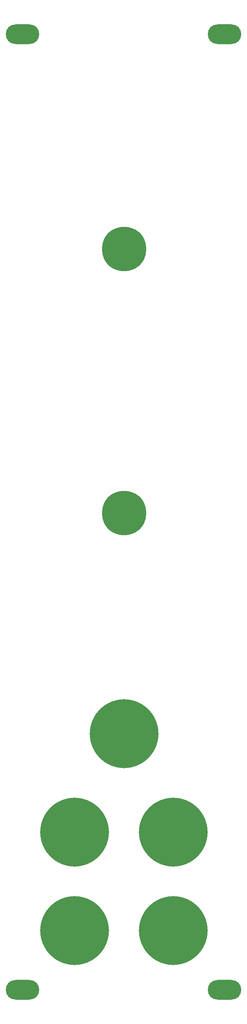
<source format=gbr>
%TF.GenerationSoftware,KiCad,Pcbnew,(5.1.9)-1*%
%TF.CreationDate,2021-06-03T21:33:33+01:00*%
%TF.ProjectId,SpreaderPanel,53707265-6164-4657-9250-616e656c2e6b,rev?*%
%TF.SameCoordinates,Original*%
%TF.FileFunction,Soldermask,Top*%
%TF.FilePolarity,Negative*%
%FSLAX46Y46*%
G04 Gerber Fmt 4.6, Leading zero omitted, Abs format (unit mm)*
G04 Created by KiCad (PCBNEW (5.1.9)-1) date 2021-06-03 21:33:33*
%MOMM*%
%LPD*%
G01*
G04 APERTURE LIST*
%ADD10O,6.800000X4.000000*%
%ADD11C,14.000000*%
%ADD12C,9.000000*%
G04 APERTURE END LIST*
D10*
%TO.C,REF\u002A\u002A*%
X106273000Y-222810000D03*
%TD*%
%TO.C,REF\u002A\u002A*%
X147273000Y-222810000D03*
%TD*%
%TO.C,REF\u002A\u002A*%
X147273000Y-28810000D03*
%TD*%
%TO.C,REF\u002A\u002A*%
X106273000Y-28810000D03*
%TD*%
D11*
%TO.C,REF\u002A\u002A*%
X126873000Y-170810000D03*
%TD*%
%TO.C,REF\u002A\u002A*%
X116873000Y-190810000D03*
%TD*%
%TO.C,REF\u002A\u002A*%
X136873000Y-190810000D03*
%TD*%
%TO.C,REF\u002A\u002A*%
X136873000Y-210810000D03*
%TD*%
%TO.C,REF\u002A\u002A*%
X116873000Y-210810000D03*
%TD*%
D12*
%TO.C,REF\u002A\u002A*%
X126873000Y-72466200D03*
%TD*%
%TO.C,REF\u002A\u002A*%
X126878080Y-126009400D03*
%TD*%
M02*

</source>
